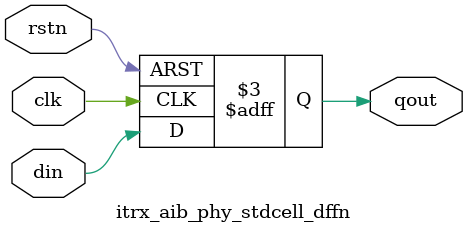
<source format=v>
module itrx_aib_phy_stdcell_dffn (/*AUTOARG*/
   // Outputs
   qout,
   // Inputs
   din, clk, rstn
   );

input  din;
input  clk;
input  rstn;

output qout;

//lint_checking NOTECH off
//
// EDIT ME for the selected technology:
//
// vvvvvvvvvvvvvvvvvvvvvvvvvv
`ifdef TECH_IS_TSMC_16FFC

DFNCNQD0BWP16P90 
  u_dffn(.D   (din), 
         .CPN (clk), 
         .CDN (rstn), 
         .Q   (qout));
// ^^^^^^^^^^^^^^^^^^^^^^^^^^
//lint_checking NOTECH off
`else
  reg qout;
  always @(negedge clk or negedge rstn) begin
    if (!rstn) begin
      qout <= 1'b0;
    end else begin
//lint: negative edge use expected here.
//lint_checking NEFLOP off
      qout <= din;
//lint_checking NEFLOP on
    end
  end
`endif

endmodule

</source>
